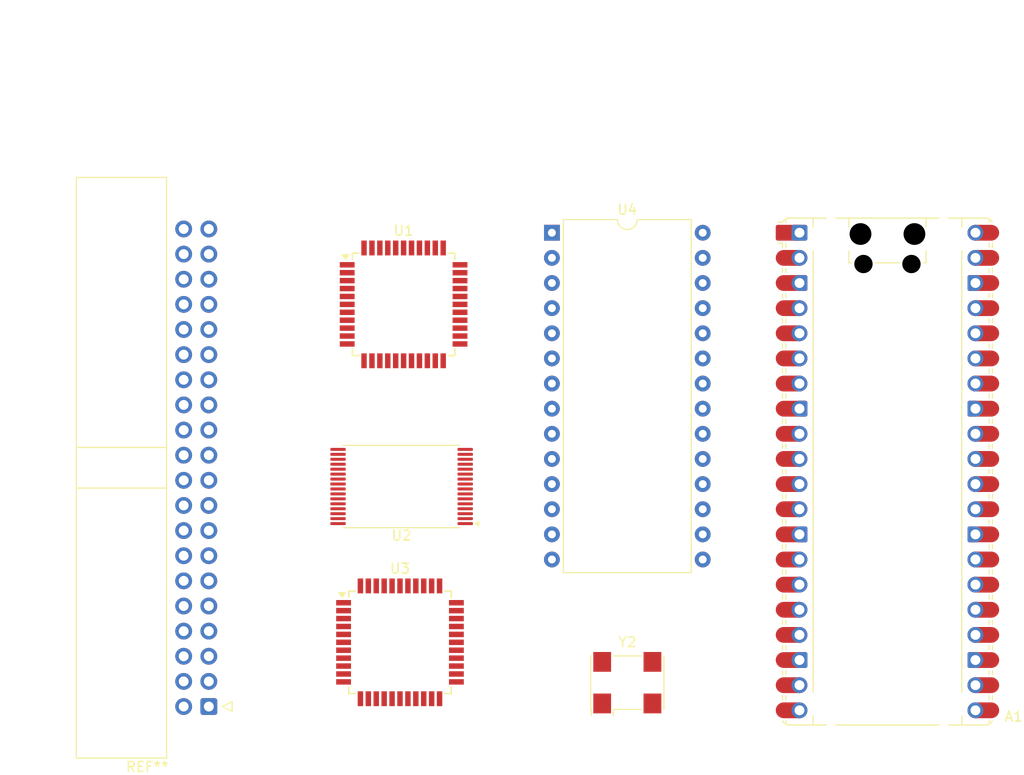
<source format=kicad_pcb>
(kicad_pcb (version 20241229) (generator "pcbnew") (generator_version "9.0")
  (layers (0 "F.Cu" signal) (2 "B.Cu" signal) (13 "F.Paste" user) (15 "B.Paste" user) (5 "F.SilkS" user "F.Silkscreen") (7 "B.SilkS" user "B.Silkscreen") (1 "F.Mask" user) (3 "B.Mask" user) (25 "Edge.Cuts" user))
  (net 0 "")
  (net 2 "/A1")
  (net 4 "/A10")
  (net 5 "/~{CSROM}")
  (net 6 "/A5")
  (net 8 "/D2")
  (net 9 "/A8")
  (net 10 "/A2")
  (net 11 "/D7")
  (net 12 "Net-(A1-GND-Pad13)")
  (net 13 "/R{slash}~{W}")
  (net 14 "/A14")
  (net 15 "/A0")
  (net 16 "/A7")
  (net 17 "/A6")
  (net 18 "/A4")
  (net 20 "/D5")
  (net 21 "/D4")
  (net 22 "/A13")
  (net 23 "/D0")
  (net 25 "/A3")
  (net 26 "/A11")
  (net 27 "/A9")
  (net 28 "/A12")
  (net 29 "/A15")
  (net 30 "/D6")
  (net 31 "/D1")
  (net 33 "/D3")
  (net 37 "/1MHz")
  (net 38 "Net-(U1-VSS-Pad17)")
  (net 45 "Net-(U1-VDD-Pad3)")
  (net 53 "GND")
  (net 55 "/~{CSRAM}")
  (net 58 "Net-(U3-VCC-Pad17)")
  (net 73 "Net-(U3-GND-Pad16)")
  (net 74 "/16MHz")
  (footprint "Module:RaspberryPi_Pico_Common_Unspecified" (layer "F.Cu") (at 199.898 88.138)
    (property "Reference" "A1" (at 11.7475 24.765 0) (layer "F.SilkS") (effects (justify left)))
    (property "Value" "RaspberryPi_Pico")
    (pad "" np_thru_hole circle (at -2.725 -24) (size 2.2 2.2) (drill 2.2) (layers "*.Mask"))
    (pad "" np_thru_hole circle (at -2.425 -20.97) (size 1.85 1.85) (drill 1.85) (layers "*.Mask"))
    (pad "" np_thru_hole circle (at 2.425 -20.97) (size 1.85 1.85) (drill 1.85) (layers "*.Mask"))
    (pad "" np_thru_hole circle (at 2.725 -24) (size 2.2 2.2) (drill 2.2) (layers "*.Mask"))
    (pad "1" smd custom (at -9.69 -24.13) (size 1.6 0.8) (layers "F.Cu" "F.Mask") (net 15 "/A0") (options (clearance outline) (anchor rect)) (primitives (gr_circle (center 0.8 0) (end 1.6 0) (width 0) (fill yes)) (gr_poly (pts (xy -1.6 -0.6) (xy -1.6 0.6) (xy -1.4 0.8) (xy 0.8 0.8) (xy 0.8 -0.8) (xy -1.4 -0.8)) (width 0) (fill yes)) (gr_circle (center -1.4 -0.6) (end -1.2 -0.6) (width 0) (fill yes)) (gr_circle (center -1.4 0.6) (end -1.2 0.6) (width 0) (fill yes))))
    (pad "1" thru_hole roundrect (at -8.89 -24.13) (size 1.6 1.6) (drill 1) (layers "*.Cu" "*.Mask") (roundrect_rratio 0.125) (net 15 "/A0"))
    (pad "2" smd roundrect (at -9.69 -21.59) (size 3.2 1.6) (layers "F.Cu" "F.Mask") (roundrect_rratio 0.5) (net 2 "/A1"))
    (pad "2" thru_hole circle (at -8.89 -21.59) (size 1.6 1.6) (drill 1) (layers "*.Cu" "*.Mask") (net 2 "/A1"))
    (pad "3" smd custom (at -9.69 -19.05) (size 1.6 0.8) (layers "F.Cu" "F.Mask") (net 12 "Net-(A1-GND-Pad13)") (options (clearance outline) (anchor rect)) (primitives (gr_circle (center -0.8 0) (end 0 0) (width 0) (fill yes)) (gr_poly (pts (xy 1.6 -0.6) (xy 1.6 0.6) (xy 1.4 0.8) (xy -0.8 0.8) (xy -0.8 -0.8) (xy 1.4 -0.8)) (width 0) (fill yes)) (gr_circle (center 1.4 -0.6) (end 1.6 -0.6) (width 0) (fill yes)) (gr_circle (center 1.4 0.6) (end 1.6 0.6) (width 0) (fill yes))))
    (pad "3" thru_hole custom (at -8.89 -19.05) (size 1.6 1.6) (drill 1) (layers "*.Cu" "*.Mask") (net 12 "Net-(A1-GND-Pad13)") (options (clearance outline) (anchor circle)) (primitives (gr_poly (pts (xy 0.8 0.6) (xy 0.8 -0.6) (xy 0.6 -0.8) (xy 0 -0.8) (xy 0 0.8) (xy 0.6 0.8)) (width 0) (fill yes)) (gr_circle (center 0.6 0.6) (end 0.8 0.6) (width 0) (fill yes)) (gr_circle (center 0.6 -0.6) (end 0.8 -0.6) (width 0) (fill yes))))
    (pad "4" smd roundrect (at -9.69 -16.51) (size 3.2 1.6) (layers "F.Cu" "F.Mask") (roundrect_rratio 0.5) (net 10 "/A2"))
    (pad "4" thru_hole circle (at -8.89 -16.51) (size 1.6 1.6) (drill 1) (layers "*.Cu" "*.Mask") (net 10 "/A2"))
    (pad "5" smd roundrect (at -9.69 -13.97) (size 3.2 1.6) (layers "F.Cu" "F.Mask") (roundrect_rratio 0.5) (net 25 "/A3"))
    (pad "5" thru_hole circle (at -8.89 -13.97) (size 1.6 1.6) (drill 1) (layers "*.Cu" "*.Mask") (net 25 "/A3"))
    (pad "6" smd roundrect (at -9.69 -11.43) (size 3.2 1.6) (layers "F.Cu" "F.Mask") (roundrect_rratio 0.5) (net 18 "/A4"))
    (pad "6" thru_hole circle (at -8.89 -11.43) (size 1.6 1.6) (drill 1) (layers "*.Cu" "*.Mask") (net 18 "/A4"))
    (pad "7" smd roundrect (at -9.69 -8.89) (size 3.2 1.6) (layers "F.Cu" "F.Mask") (roundrect_rratio 0.5) (net 6 "/A5"))
    (pad "7" thru_hole circle (at -8.89 -8.89) (size 1.6 1.6) (drill 1) (layers "*.Cu" "*.Mask") (net 6 "/A5"))
    (pad "8" smd custom (at -9.69 -6.35) (size 1.6 0.8) (layers "F.Cu" "F.Mask") (net 12 "Net-(A1-GND-Pad13)") (options (clearance outline) (anchor rect)) (primitives (gr_circle (center -0.8 0) (end 0 0) (width 0) (fill yes)) (gr_poly (pts (xy 1.6 -0.6) (xy 1.6 0.6) (xy 1.4 0.8) (xy -0.8 0.8) (xy -0.8 -0.8) (xy 1.4 -0.8)) (width 0) (fill yes)) (gr_circle (center 1.4 -0.6) (end 1.6 -0.6) (width 0) (fill yes)) (gr_circle (center 1.4 0.6) (end 1.6 0.6) (width 0) (fill yes))))
    (pad "8" thru_hole custom (at -8.89 -6.35) (size 1.6 1.6) (drill 1) (layers "*.Cu" "*.Mask") (net 12 "Net-(A1-GND-Pad13)") (options (clearance outline) (anchor circle)) (primitives (gr_poly (pts (xy 0.8 0.6) (xy 0.8 -0.6) (xy 0.6 -0.8) (xy 0 -0.8) (xy 0 0.8) (xy 0.6 0.8)) (width 0) (fill yes)) (gr_circle (center 0.6 0.6) (end 0.8 0.6) (width 0) (fill yes)) (gr_circle (center 0.6 -0.6) (end 0.8 -0.6) (width 0) (fill yes))))
    (pad "9" smd roundrect (at -9.69 -3.81) (size 3.2 1.6) (layers "F.Cu" "F.Mask") (roundrect_rratio 0.5) (net 17 "/A6"))
    (pad "9" thru_hole circle (at -8.89 -3.81) (size 1.6 1.6) (drill 1) (layers "*.Cu" "*.Mask") (net 17 "/A6"))
    (pad "10" smd roundrect (at -9.69 -1.27) (size 3.2 1.6) (layers "F.Cu" "F.Mask") (roundrect_rratio 0.5) (net 16 "/A7"))
    (pad "10" thru_hole circle (at -8.89 -1.27) (size 1.6 1.6) (drill 1) (layers "*.Cu" "*.Mask") (net 16 "/A7"))
    (pad "11" smd roundrect (at -9.69 1.27) (size 3.2 1.6) (layers "F.Cu" "F.Mask") (roundrect_rratio 0.5) (net 9 "/A8"))
    (pad "11" thru_hole circle (at -8.89 1.27) (size 1.6 1.6) (drill 1) (layers "*.Cu" "*.Mask") (net 9 "/A8"))
    (pad "12" smd roundrect (at -9.69 3.81) (size 3.2 1.6) (layers "F.Cu" "F.Mask") (roundrect_rratio 0.5) (net 27 "/A9"))
    (pad "12" thru_hole circle (at -8.89 3.81) (size 1.6 1.6) (drill 1) (layers "*.Cu" "*.Mask") (net 27 "/A9"))
    (pad "13" smd custom (at -9.69 6.35) (size 1.6 0.8) (layers "F.Cu" "F.Mask") (net 12 "Net-(A1-GND-Pad13)") (options (clearance outline) (anchor rect)) (primitives (gr_circle (center -0.8 0) (end 0 0) (width 0) (fill yes)) (gr_poly (pts (xy 1.6 -0.6) (xy 1.6 0.6) (xy 1.4 0.8) (xy -0.8 0.8) (xy -0.8 -0.8) (xy 1.4 -0.8)) (width 0) (fill yes)) (gr_circle (center 1.4 -0.6) (end 1.6 -0.6) (width 0) (fill yes)) (gr_circle (center 1.4 0.6) (end 1.6 0.6) (width 0) (fill yes))))
    (pad "13" thru_hole custom (at -8.89 6.35) (size 1.6 1.6) (drill 1) (layers "*.Cu" "*.Mask") (net 12 "Net-(A1-GND-Pad13)") (options (clearance outline) (anchor circle)) (primitives (gr_poly (pts (xy 0.8 0.6) (xy 0.8 -0.6) (xy 0.6 -0.8) (xy 0 -0.8) (xy 0 0.8) (xy 0.6 0.8)) (width 0) (fill yes)) (gr_circle (center 0.6 0.6) (end 0.8 0.6) (width 0) (fill yes)) (gr_circle (center 0.6 -0.6) (end 0.8 -0.6) (width 0) (fill yes))))
    (pad "14" smd roundrect (at -9.69 8.89) (size 3.2 1.6) (layers "F.Cu" "F.Mask") (roundrect_rratio 0.5) (net 4 "/A10"))
    (pad "14" thru_hole circle (at -8.89 8.89) (size 1.6 1.6) (drill 1) (layers "*.Cu" "*.Mask") (net 4 "/A10"))
    (pad "15" smd roundrect (at -9.69 11.43) (size 3.2 1.6) (layers "F.Cu" "F.Mask") (roundrect_rratio 0.5) (net 26 "/A11"))
    (pad "15" thru_hole circle (at -8.89 11.43) (size 1.6 1.6) (drill 1) (layers "*.Cu" "*.Mask") (net 26 "/A11"))
    (pad "16" smd roundrect (at -9.69 13.97) (size 3.2 1.6) (layers "F.Cu" "F.Mask") (roundrect_rratio 0.5) (net 28 "/A12"))
    (pad "16" thru_hole circle (at -8.89 13.97) (size 1.6 1.6) (drill 1) (layers "*.Cu" "*.Mask") (net 28 "/A12"))
    (pad "17" smd roundrect (at -9.69 16.51) (size 3.2 1.6) (layers "F.Cu" "F.Mask") (roundrect_rratio 0.5) (net 22 "/A13"))
    (pad "17" thru_hole circle (at -8.89 16.51) (size 1.6 1.6) (drill 1) (layers "*.Cu" "*.Mask") (net 22 "/A13"))
    (pad "18" smd custom (at -9.69 19.05) (size 1.6 0.8) (layers "F.Cu" "F.Mask") (net 12 "Net-(A1-GND-Pad13)") (options (clearance outline) (anchor rect)) (primitives (gr_circle (center -0.8 0) (end 0 0) (width 0) (fill yes)) (gr_poly (pts (xy 1.6 -0.6) (xy 1.6 0.6) (xy 1.4 0.8) (xy -0.8 0.8) (xy -0.8 -0.8) (xy 1.4 -0.8)) (width 0) (fill yes)) (gr_circle (center 1.4 -0.6) (end 1.6 -0.6) (width 0) (fill yes)) (gr_circle (center 1.4 0.6) (end 1.6 0.6) (width 0) (fill yes))))
    (pad "18" thru_hole custom (at -8.89 19.05) (size 1.6 1.6) (drill 1) (layers "*.Cu" "*.Mask") (net 12 "Net-(A1-GND-Pad13)") (options (clearance outline) (anchor circle)) (primitives (gr_poly (pts (xy 0.8 0.6) (xy 0.8 -0.6) (xy 0.6 -0.8) (xy 0 -0.8) (xy 0 0.8) (xy 0.6 0.8)) (width 0) (fill yes)) (gr_circle (center 0.6 0.6) (end 0.8 0.6) (width 0) (fill yes)) (gr_circle (center 0.6 -0.6) (end 0.8 -0.6) (width 0) (fill yes))))
    (pad "19" smd roundrect (at -9.69 21.59) (size 3.2 1.6) (layers "F.Cu" "F.Mask") (roundrect_rratio 0.5) (net 14 "/A14"))
    (pad "19" thru_hole circle (at -8.89 21.59) (size 1.6 1.6) (drill 1) (layers "*.Cu" "*.Mask") (net 14 "/A14"))
    (pad "20" smd roundrect (at -9.69 24.13) (size 3.2 1.6) (layers "F.Cu" "F.Mask") (roundrect_rratio 0.5) (net 29 "/A15"))
    (pad "20" thru_hole circle (at -8.89 24.13) (size 1.6 1.6) (drill 1) (layers "*.Cu" "*.Mask") (net 29 "/A15"))
    (pad "21" thru_hole circle (at 8.89 24.13) (size 1.6 1.6) (drill 1) (layers "*.Cu" "*.Mask") (net 23 "/D0"))
    (pad "21" smd roundrect (at 9.69 24.13) (size 3.2 1.6) (layers "F.Cu" "F.Mask") (roundrect_rratio 0.5) (net 23 "/D0"))
    (pad "22" thru_hole circle (at 8.89 21.59) (size 1.6 1.6) (drill 1) (layers "*.Cu" "*.Mask") (net 31 "/D1"))
    (pad "22" smd roundrect (at 9.69 21.59) (size 3.2 1.6) (layers "F.Cu" "F.Mask") (roundrect_rratio 0.5) (net 31 "/D1"))
    (pad "23" thru_hole custom (at 8.89 19.05) (size 1.6 1.6) (drill 1) (layers "*.Cu" "*.Mask") (net 12 "Net-(A1-GND-Pad13)") (options (clearance outline) (anchor circle)) (primitives (gr_poly (pts (xy -0.8 0.6) (xy -0.8 -0.6) (xy -0.6 -0.8) (xy 0 -0.8) (xy 0 0.8) (xy -0.6 0.8)) (width 0) (fill yes)) (gr_circle (center -0.6 0.6) (end -0.4 0.6) (width 0) (fill yes)) (gr_circle (center -0.6 -0.6) (end -0.4 -0.6) (width 0) (fill yes))))
    (pad "23" smd custom (at 9.69 19.05) (size 1.6 0.8) (layers "F.Cu" "F.Mask") (net 12 "Net-(A1-GND-Pad13)") (options (clearance outline) (anchor rect)) (primitives (gr_circle (center 0.8 0) (end 1.6 0) (width 0) (fill yes)) (gr_poly (pts (xy -1.6 -0.6) (xy -1.6 0.6) (xy -1.4 0.8) (xy 0.8 0.8) (xy 0.8 -0.8) (xy -1.4 -0.8)) (width 0) (fill yes)) (gr_circle (center -1.4 -0.6) (end -1.2 -0.6) (width 0) (fill yes)) (gr_circle (center -1.4 0.6) (end -1.2 0.6) (width 0) (fill yes))))
    (pad "24" thru_hole circle (at 8.89 16.51) (size 1.6 1.6) (drill 1) (layers "*.Cu" "*.Mask") (net 8 "/D2"))
    (pad "24" smd roundrect (at 9.69 16.51) (size 3.2 1.6) (layers "F.Cu" "F.Mask") (roundrect_rratio 0.5) (net 8 "/D2"))
    (pad "25" thru_hole circle (at 8.89 13.97) (size 1.6 1.6) (drill 1) (layers "*.Cu" "*.Mask") (net 33 "/D3"))
    (pad "25" smd roundrect (at 9.69 13.97) (size 3.2 1.6) (layers "F.Cu" "F.Mask") (roundrect_rratio 0.5) (net 33 "/D3"))
    (pad "26" thru_hole circle (at 8.89 11.43) (size 1.6 1.6) (drill 1) (layers "*.Cu" "*.Mask") (net 21 "/D4"))
    (pad "26" smd roundrect (at 9.69 11.43) (size 3.2 1.6) (layers "F.Cu" "F.Mask") (roundrect_rratio 0.5) (net 21 "/D4"))
    (pad "27" thru_hole circle (at 8.89 8.89) (size 1.6 1.6) (drill 1) (layers "*.Cu" "*.Mask") (net 20 "/D5"))
    (pad "27" smd roundrect (at 9.69 8.89) (size 3.2 1.6) (layers "F.Cu" "F.Mask") (roundrect_rratio 0.5) (net 20 "/D5"))
    (pad "28" thru_hole custom (at 8.89 6.35) (size 1.6 1.6) (drill 1) (layers "*.Cu" "*.Mask") (net 12 "Net-(A1-GND-Pad13)") (options (clearance outline) (anchor circle)) (primitives (gr_poly (pts (xy -0.8 0.6) (xy -0.8 -0.6) (xy -0.6 -0.8) (xy 0 -0.8) (xy 0 0.8) (xy -0.6 0.8)) (width 0) (fill yes)) (gr_circle (center -0.6 0.6) (end -0.4 0.6) (width 0) (fill yes)) (gr_circle (center -0.6 -0.6) (end -0.4 -0.6) (width 0) (fill yes))))
    (pad "28" smd custom (at 9.69 6.35) (size 1.6 0.8) (layers "F.Cu" "F.Mask") (net 12 "Net-(A1-GND-Pad13)") (options (clearance outline) (anchor rect)) (primitives (gr_circle (center 0.8 0) (end 1.6 0) (width 0) (fill yes)) (gr_poly (pts (xy -1.6 -0.6) (xy -1.6 0.6) (xy -1.4 0.8) (xy 0.8 0.8) (xy 0.8 -0.8) (xy -1.4 -0.8)) (width 0) (fill yes)) (gr_circle (center -1.4 -0.6) (end -1.2 -0.6) (width 0) (fill yes)) (gr_circle (center -1.4 0.6) (end -1.2 0.6) (width 0) (fill yes))))
    (pad "29" thru_hole circle (at 8.89 3.81) (size 1.6 1.6) (drill 1) (layers "*.Cu" "*.Mask") (net 30 "/D6"))
    (pad "29" smd roundrect (at 9.69 3.81) (size 3.2 1.6) (layers "F.Cu" "F.Mask") (roundrect_rratio 0.5) (net 30 "/D6"))
    (pad "30" thru_hole circle (at 8.89 1.27) (size 1.6 1.6) (drill 1) (layers "*.Cu" "*.Mask"))
    (pad "30" smd roundrect (at 9.69 1.27) (size 3.2 1.6) (layers "F.Cu" "F.Mask") (roundrect_rratio 0.5))
    (pad "31" thru_hole circle (at 8.89 -1.27) (size 1.6 1.6) (drill 1) (layers "*.Cu" "*.Mask") (net 11 "/D7"))
    (pad "31" smd roundrect (at 9.69 -1.27) (size 3.2 1.6) (layers "F.Cu" "F.Mask") (roundrect_rratio 0.5) (net 11 "/D7"))
    (pad "32" thru_hole circle (at 8.89 -3.81) (size 1.6 1.6) (drill 1) (layers "*.Cu" "*.Mask") (net 13 "/R{slash}~{W}"))
    (pad "32" smd roundrect (at 9.69 -3.81) (size 3.2 1.6) (layers "F.Cu" "F.Mask") (roundrect_rratio 0.5) (net 13 "/R{slash}~{W}"))
    (pad "33" thru_hole custom (at 8.89 -6.35) (size 1.6 1.6) (drill 1) (layers "*.Cu" "*.Mask") (options (clearance outline) (anchor circle)) (primitives (gr_poly (pts (xy -0.8 0.6) (xy -0.8 -0.6) (xy -0.6 -0.8) (xy 0 -0.8) (xy 0 0.8) (xy -0.6 0.8)) (width 0) (fill yes)) (gr_circle (center -0.6 0.6) (end -0.4 0.6) (width 0) (fill yes)) (gr_circle (center -0.6 -0.6) (end -0.4 -0.6) (width 0) (fill yes))))
    (pad "33" smd custom (at 9.69 -6.35) (size 1.6 0.8) (layers "F.Cu" "F.Mask") (options (clearance outline) (anchor rect)) (primitives (gr_circle (center 0.8 0) (end 1.6 0) (width 0) (fill yes)) (gr_poly (pts (xy -1.6 -0.6) (xy -1.6 0.6) (xy -1.4 0.8) (xy 0.8 0.8) (xy 0.8 -0.8) (xy -1.4 -0.8)) (width 0) (fill yes)) (gr_circle (center -1.4 -0.6) (end -1.2 -0.6) (width 0) (fill yes)) (gr_circle (center -1.4 0.6) (end -1.2 0.6) (width 0) (fill yes))))
    (pad "34" thru_hole circle (at 8.89 -8.89) (size 1.6 1.6) (drill 1) (layers "*.Cu" "*.Mask") (net 5 "/~{CSROM}"))
    (pad "34" smd roundrect (at 9.69 -8.89) (size 3.2 1.6) (layers "F.Cu" "F.Mask") (roundrect_rratio 0.5) (net 5 "/~{CSROM}"))
    (pad "35" thru_hole circle (at 8.89 -11.43) (size 1.6 1.6) (drill 1) (layers "*.Cu" "*.Mask"))
    (pad "35" smd roundrect (at 9.69 -11.43) (size 3.2 1.6) (layers "F.Cu" "F.Mask") (roundrect_rratio 0.5))
    (pad "36" thru_hole circle (at 8.89 -13.97) (size 1.6 1.6) (drill 1) (layers "*.Cu" "*.Mask"))
    (pad "36" smd roundrect (at 9.69 -13.97) (size 3.2 1.6) (layers "F.Cu" "F.Mask") (roundrect_rratio 0.5))
    (pad "37" thru_hole circle (at 8.89 -16.51) (size 1.6 1.6) (drill 1) (layers "*.Cu" "*.Mask"))
    (pad "37" smd roundrect (at 9.69 -16.51) (size 3.2 1.6) (layers "F.Cu" "F.Mask") (roundrect_rratio 0.5))
    (pad "38" thru_hole custom (at 8.89 -19.05) (size 1.6 1.6) (drill 1) (layers "*.Cu" "*.Mask") (net 12 "Net-(A1-GND-Pad13)") (options (clearance outline) (anchor circle)) (primitives (gr_poly (pts (xy -0.8 0.6) (xy -0.8 -0.6) (xy -0.6 -0.8) (xy 0 -0.8) (xy 0 0.8) (xy -0.6 0.8)) (width 0) (fill yes)) (gr_circle (center -0.6 0.6) (end -0.4 0.6) (width 0) (fill yes)) (gr_circle (center -0.6 -0.6) (end -0.4 -0.6) (width 0) (fill yes))))
    (pad "38" smd custom (at 9.69 -19.05) (size 1.6 0.8) (layers "F.Cu" "F.Mask") (net 12 "Net-(A1-GND-Pad13)") (options (clearance outline) (anchor rect)) (primitives (gr_circle (center 0.8 0) (end 1.6 0) (width 0) (fill yes)) (gr_poly (pts (xy -1.6 -0.6) (xy -1.6 0.6) (xy -1.4 0.8) (xy 0.8 0.8) (xy 0.8 -0.8) (xy -1.4 -0.8)) (width 0) (fill yes)) (gr_circle (center -1.4 -0.6) (end -1.2 -0.6) (width 0) (fill yes)) (gr_circle (center -1.4 0.6) (end -1.2 0.6) (width 0) (fill yes))))
    (pad "39" thru_hole circle (at 8.89 -21.59) (size 1.6 1.6) (drill 1) (layers "*.Cu" "*.Mask"))
    (pad "39" smd roundrect (at 9.69 -21.59) (size 3.2 1.6) (layers "F.Cu" "F.Mask") (roundrect_rratio 0.5))
    (pad "40" thru_hole circle (at 8.89 -24.13) (size 1.6 1.6) (drill 1) (layers "*.Cu" "*.Mask"))
    (pad "40" smd roundrect (at 9.69 -24.13) (size 3.2 1.6) (layers "F.Cu" "F.Mask") (roundrect_rratio 0.5))
  )
  (footprint "Package_QFP:TQFP-44_10x10mm_P0.8mm" (layer "F.Cu") (at 150.637 105.397)
    (property "Reference" "U3" (at 0 -7.45 0) (layer "F.SilkS"))
    (property "Value" "ATF1502ASV-xAx44")
    (pad "1" smd rect (at -5.7 -4) (size 1.5 0.55) (layers "F.Cu" "F.Mask" "F.Paste"))
    (pad "2" smd rect (at -5.7 -3.2) (size 1.5 0.55) (layers "F.Cu" "F.Mask" "F.Paste"))
    (pad "3" smd rect (at -5.7 -2.4) (size 1.5 0.55) (layers "F.Cu" "F.Mask" "F.Paste"))
    (pad "4" smd rect (at -5.7 -1.6) (size 1.5 0.55) (layers "F.Cu" "F.Mask" "F.Paste") (net 73 "Net-(U3-GND-Pad16)"))
    (pad "5" smd rect (at -5.7 -0.8) (size 1.5 0.55) (layers "F.Cu" "F.Mask" "F.Paste"))
    (pad "6" smd rect (at -5.7 0) (size 1.5 0.55) (layers "F.Cu" "F.Mask" "F.Paste"))
    (pad "7" smd rect (at -5.7 0.8) (size 1.5 0.55) (layers "F.Cu" "F.Mask" "F.Paste"))
    (pad "8" smd rect (at -5.7 1.6) (size 1.5 0.55) (layers "F.Cu" "F.Mask" "F.Paste") (net 74 "/16MHz"))
    (pad "9" smd rect (at -5.7 2.4) (size 1.5 0.55) (layers "F.Cu" "F.Mask" "F.Paste") (net 58 "Net-(U3-VCC-Pad17)"))
    (pad "10" smd rect (at -5.7 3.2) (size 1.5 0.55) (layers "F.Cu" "F.Mask" "F.Paste"))
    (pad "11" smd rect (at -5.7 4) (size 1.5 0.55) (layers "F.Cu" "F.Mask" "F.Paste") (net 9 "/A8"))
    (pad "12" smd rect (at -4 5.7 90) (size 1.5 0.55) (layers "F.Cu" "F.Mask" "F.Paste") (net 27 "/A9"))
    (pad "13" smd rect (at -3.2 5.7 90) (size 1.5 0.55) (layers "F.Cu" "F.Mask" "F.Paste") (net 4 "/A10"))
    (pad "14" smd rect (at -2.4 5.7 90) (size 1.5 0.55) (layers "F.Cu" "F.Mask" "F.Paste") (net 26 "/A11"))
    (pad "15" smd rect (at -1.6 5.7 90) (size 1.5 0.55) (layers "F.Cu" "F.Mask" "F.Paste") (net 28 "/A12"))
    (pad "16" smd rect (at -0.8 5.7 90) (size 1.5 0.55) (layers "F.Cu" "F.Mask" "F.Paste") (net 73 "Net-(U3-GND-Pad16)"))
    (pad "17" smd rect (at 0 5.7 90) (size 1.5 0.55) (layers "F.Cu" "F.Mask" "F.Paste") (net 58 "Net-(U3-VCC-Pad17)"))
    (pad "18" smd rect (at 0.8 5.7 90) (size 1.5 0.55) (layers "F.Cu" "F.Mask" "F.Paste") (net 22 "/A13"))
    (pad "19" smd rect (at 1.6 5.7 90) (size 1.5 0.55) (layers "F.Cu" "F.Mask" "F.Paste") (net 14 "/A14"))
    (pad "20" smd rect (at 2.4 5.7 90) (size 1.5 0.55) (layers "F.Cu" "F.Mask" "F.Paste") (net 29 "/A15"))
    (pad "21" smd rect (at 3.2 5.7 90) (size 1.5 0.55) (layers "F.Cu" "F.Mask" "F.Paste"))
    (pad "22" smd rect (at 4 5.7 90) (size 1.5 0.55) (layers "F.Cu" "F.Mask" "F.Paste"))
    (pad "23" smd rect (at 5.7 4) (size 1.5 0.55) (layers "F.Cu" "F.Mask" "F.Paste"))
    (pad "24" smd rect (at 5.7 3.2) (size 1.5 0.55) (layers "F.Cu" "F.Mask" "F.Paste") (net 73 "Net-(U3-GND-Pad16)"))
    (pad "25" smd rect (at 5.7 2.4) (size 1.5 0.55) (layers "F.Cu" "F.Mask" "F.Paste"))
    (pad "26" smd rect (at 5.7 1.6) (size 1.5 0.55) (layers "F.Cu" "F.Mask" "F.Paste"))
    (pad "27" smd rect (at 5.7 0.8) (size 1.5 0.55) (layers "F.Cu" "F.Mask" "F.Paste"))
    (pad "28" smd rect (at 5.7 0) (size 1.5 0.55) (layers "F.Cu" "F.Mask" "F.Paste"))
    (pad "29" smd rect (at 5.7 -0.8) (size 1.5 0.55) (layers "F.Cu" "F.Mask" "F.Paste") (net 58 "Net-(U3-VCC-Pad17)"))
    (pad "30" smd rect (at 5.7 -1.6) (size 1.5 0.55) (layers "F.Cu" "F.Mask" "F.Paste"))
    (pad "31" smd rect (at 5.7 -2.4) (size 1.5 0.55) (layers "F.Cu" "F.Mask" "F.Paste"))
    (pad "32" smd rect (at 5.7 -3.2) (size 1.5 0.55) (layers "F.Cu" "F.Mask" "F.Paste"))
    (pad "33" smd rect (at 5.7 -4) (size 1.5 0.55) (layers "F.Cu" "F.Mask" "F.Paste"))
    (pad "34" smd rect (at 4 -5.7 90) (size 1.5 0.55) (layers "F.Cu" "F.Mask" "F.Paste"))
    (pad "35" smd rect (at 3.2 -5.7 90) (size 1.5 0.55) (layers "F.Cu" "F.Mask" "F.Paste"))
    (pad "36" smd rect (at 2.4 -5.7 90) (size 1.5 0.55) (layers "F.Cu" "F.Mask" "F.Paste") (net 73 "Net-(U3-GND-Pad16)"))
    (pad "37" smd rect (at 1.6 -5.7 90) (size 1.5 0.55) (layers "F.Cu" "F.Mask" "F.Paste"))
    (pad "38" smd rect (at 0.8 -5.7 90) (size 1.5 0.55) (layers "F.Cu" "F.Mask" "F.Paste"))
    (pad "39" smd rect (at 0 -5.7 90) (size 1.5 0.55) (layers "F.Cu" "F.Mask" "F.Paste"))
    (pad "40" smd rect (at -0.8 -5.7 90) (size 1.5 0.55) (layers "F.Cu" "F.Mask" "F.Paste"))
    (pad "41" smd rect (at -1.6 -5.7 90) (size 1.5 0.55) (layers "F.Cu" "F.Mask" "F.Paste") (net 58 "Net-(U3-VCC-Pad17)"))
    (pad "42" smd rect (at -2.4 -5.7 90) (size 1.5 0.55) (layers "F.Cu" "F.Mask" "F.Paste") (net 37 "/1MHz"))
    (pad "43" smd rect (at -3.2 -5.7 90) (size 1.5 0.55) (layers "F.Cu" "F.Mask" "F.Paste") (net 5 "/~{CSROM}"))
    (pad "44" smd rect (at -4 -5.7 90) (size 1.5 0.55) (layers "F.Cu" "F.Mask" "F.Paste") (net 55 "/~{CSRAM}"))
  )
  (footprint "Package_DIP:DIP-28_W15.24mm" (layer "F.Cu") (at 165.989 64.008)
    (property "Reference" "U4" (at 7.62 -2.33 0) (layer "F.SilkS"))
    (property "Value" "27C512")
    (pad "1" thru_hole rect (at 0 0) (size 1.6 1.6) (drill 0.8) (layers "*.Cu" "*.Mask") (net 29 "/A15"))
    (pad "2" thru_hole oval (at 0 2.54) (size 1.6 1.6) (drill 0.8) (layers "*.Cu" "*.Mask") (net 28 "/A12"))
    (pad "3" thru_hole oval (at 0 5.08) (size 1.6 1.6) (drill 0.8) (layers "*.Cu" "*.Mask") (net 16 "/A7"))
    (pad "4" thru_hole oval (at 0 7.62) (size 1.6 1.6) (drill 0.8) (layers "*.Cu" "*.Mask") (net 17 "/A6"))
    (pad "5" thru_hole oval (at 0 10.16) (size 1.6 1.6) (drill 0.8) (layers "*.Cu" "*.Mask") (net 6 "/A5"))
    (pad "6" thru_hole oval (at 0 12.7) (size 1.6 1.6) (drill 0.8) (layers "*.Cu" "*.Mask") (net 18 "/A4"))
    (pad "7" thru_hole oval (at 0 15.24) (size 1.6 1.6) (drill 0.8) (layers "*.Cu" "*.Mask") (net 25 "/A3"))
    (pad "8" thru_hole oval (at 0 17.78) (size 1.6 1.6) (drill 0.8) (layers "*.Cu" "*.Mask") (net 10 "/A2"))
    (pad "9" thru_hole oval (at 0 20.32) (size 1.6 1.6) (drill 0.8) (layers "*.Cu" "*.Mask") (net 2 "/A1"))
    (pad "10" thru_hole oval (at 0 22.86) (size 1.6 1.6) (drill 0.8) (layers "*.Cu" "*.Mask") (net 15 "/A0"))
    (pad "11" thru_hole oval (at 0 25.4) (size 1.6 1.6) (drill 0.8) (layers "*.Cu" "*.Mask") (net 23 "/D0"))
    (pad "12" thru_hole oval (at 0 27.94) (size 1.6 1.6) (drill 0.8) (layers "*.Cu" "*.Mask") (net 31 "/D1"))
    (pad "13" thru_hole oval (at 0 30.48) (size 1.6 1.6) (drill 0.8) (layers "*.Cu" "*.Mask") (net 8 "/D2"))
    (pad "14" thru_hole oval (at 0 33.02) (size 1.6 1.6) (drill 0.8) (layers "*.Cu" "*.Mask") (net 53 "GND"))
    (pad "15" thru_hole oval (at 15.24 33.02) (size 1.6 1.6) (drill 0.8) (layers "*.Cu" "*.Mask") (net 33 "/D3"))
    (pad "16" thru_hole oval (at 15.24 30.48) (size 1.6 1.6) (drill 0.8) (layers "*.Cu" "*.Mask") (net 21 "/D4"))
    (pad "17" thru_hole oval (at 15.24 27.94) (size 1.6 1.6) (drill 0.8) (layers "*.Cu" "*.Mask") (net 20 "/D5"))
    (pad "18" thru_hole oval (at 15.24 25.4) (size 1.6 1.6) (drill 0.8) (layers "*.Cu" "*.Mask") (net 30 "/D6"))
    (pad "19" thru_hole oval (at 15.24 22.86) (size 1.6 1.6) (drill 0.8) (layers "*.Cu" "*.Mask") (net 11 "/D7"))
    (pad "20" thru_hole oval (at 15.24 20.32) (size 1.6 1.6) (drill 0.8) (layers "*.Cu" "*.Mask") (net 5 "/~{CSROM}"))
    (pad "21" thru_hole oval (at 15.24 17.78) (size 1.6 1.6) (drill 0.8) (layers "*.Cu" "*.Mask") (net 4 "/A10"))
    (pad "22" thru_hole oval (at 15.24 15.24) (size 1.6 1.6) (drill 0.8) (layers "*.Cu" "*.Mask") (net 53 "GND"))
    (pad "23" thru_hole oval (at 15.24 12.7) (size 1.6 1.6) (drill 0.8) (layers "*.Cu" "*.Mask") (net 26 "/A11"))
    (pad "24" thru_hole oval (at 15.24 10.16) (size 1.6 1.6) (drill 0.8) (layers "*.Cu" "*.Mask") (net 27 "/A9"))
    (pad "25" thru_hole oval (at 15.24 7.62) (size 1.6 1.6) (drill 0.8) (layers "*.Cu" "*.Mask") (net 9 "/A8"))
    (pad "26" thru_hole oval (at 15.24 5.08) (size 1.6 1.6) (drill 0.8) (layers "*.Cu" "*.Mask") (net 22 "/A13"))
    (pad "27" thru_hole oval (at 15.24 2.54) (size 1.6 1.6) (drill 0.8) (layers "*.Cu" "*.Mask") (net 14 "/A14"))
    (pad "28" thru_hole oval (at 15.24 0) (size 1.6 1.6) (drill 0.8) (layers "*.Cu" "*.Mask"))
  )
  (footprint "Package_QFP:TQFP-44_10x10mm_P0.8mm" (layer "F.Cu") (at 151.003 71.247)
    (property "Reference" "U1" (at 0 -7.45 0) (layer "F.SilkS"))
    (property "Value" "W65C02SxP")
    (pad "1" smd rect (at -5.7 -4) (size 1.5 0.55) (layers "F.Cu" "F.Mask" "F.Paste"))
    (pad "2" smd rect (at -5.7 -3.2) (size 1.5 0.55) (layers "F.Cu" "F.Mask" "F.Paste"))
    (pad "3" smd rect (at -5.7 -2.4) (size 1.5 0.55) (layers "F.Cu" "F.Mask" "F.Paste") (net 45 "Net-(U1-VDD-Pad3)"))
    (pad "4" smd rect (at -5.7 -1.6) (size 1.5 0.55) (layers "F.Cu" "F.Mask" "F.Paste") (net 15 "/A0"))
    (pad "5" smd rect (at -5.7 -0.8) (size 1.5 0.55) (layers "F.Cu" "F.Mask" "F.Paste") (net 2 "/A1"))
    (pad "6" smd rect (at -5.7 0) (size 1.5 0.55) (layers "F.Cu" "F.Mask" "F.Paste"))
    (pad "7" smd rect (at -5.7 0.8) (size 1.5 0.55) (layers "F.Cu" "F.Mask" "F.Paste") (net 10 "/A2"))
    (pad "8" smd rect (at -5.7 1.6) (size 1.5 0.55) (layers "F.Cu" "F.Mask" "F.Paste") (net 25 "/A3"))
    (pad "9" smd rect (at -5.7 2.4) (size 1.5 0.55) (layers "F.Cu" "F.Mask" "F.Paste") (net 18 "/A4"))
    (pad "10" smd rect (at -5.7 3.2) (size 1.5 0.55) (layers "F.Cu" "F.Mask" "F.Paste") (net 6 "/A5"))
    (pad "11" smd rect (at -5.7 4) (size 1.5 0.55) (layers "F.Cu" "F.Mask" "F.Paste") (net 17 "/A6"))
    (pad "12" smd rect (at -4 5.7 90) (size 1.5 0.55) (layers "F.Cu" "F.Mask" "F.Paste") (net 16 "/A7"))
    (pad "13" smd rect (at -3.2 5.7 90) (size 1.5 0.55) (layers "F.Cu" "F.Mask" "F.Paste") (net 9 "/A8"))
    (pad "14" smd rect (at -2.4 5.7 90) (size 1.5 0.55) (layers "F.Cu" "F.Mask" "F.Paste") (net 27 "/A9"))
    (pad "15" smd rect (at -1.6 5.7 90) (size 1.5 0.55) (layers "F.Cu" "F.Mask" "F.Paste") (net 4 "/A10"))
    (pad "16" smd rect (at -0.8 5.7 90) (size 1.5 0.55) (layers "F.Cu" "F.Mask" "F.Paste") (net 26 "/A11"))
    (pad "17" smd rect (at 0 5.7 90) (size 1.5 0.55) (layers "F.Cu" "F.Mask" "F.Paste") (net 38 "Net-(U1-VSS-Pad17)"))
    (pad "18" smd rect (at 0.8 5.7 90) (size 1.5 0.55) (layers "F.Cu" "F.Mask" "F.Paste") (net 38 "Net-(U1-VSS-Pad17)"))
    (pad "19" smd rect (at 1.6 5.7 90) (size 1.5 0.55) (layers "F.Cu" "F.Mask" "F.Paste") (net 28 "/A12"))
    (pad "20" smd rect (at 2.4 5.7 90) (size 1.5 0.55) (layers "F.Cu" "F.Mask" "F.Paste") (net 22 "/A13"))
    (pad "21" smd rect (at 3.2 5.7 90) (size 1.5 0.55) (layers "F.Cu" "F.Mask" "F.Paste") (net 14 "/A14"))
    (pad "22" smd rect (at 4 5.7 90) (size 1.5 0.55) (layers "F.Cu" "F.Mask" "F.Paste") (net 29 "/A15"))
    (pad "23" smd rect (at 5.7 4) (size 1.5 0.55) (layers "F.Cu" "F.Mask" "F.Paste") (net 11 "/D7"))
    (pad "24" smd rect (at 5.7 3.2) (size 1.5 0.55) (layers "F.Cu" "F.Mask" "F.Paste") (net 30 "/D6"))
    (pad "25" smd rect (at 5.7 2.4) (size 1.5 0.55) (layers "F.Cu" "F.Mask" "F.Paste") (net 20 "/D5"))
    (pad "26" smd rect (at 5.7 1.6) (size 1.5 0.55) (layers "F.Cu" "F.Mask" "F.Paste") (net 21 "/D4"))
    (pad "27" smd rect (at 5.7 0.8) (size 1.5 0.55) (layers "F.Cu" "F.Mask" "F.Paste") (net 33 "/D3"))
    (pad "28" smd rect (at 5.7 0) (size 1.5 0.55) (layers "F.Cu" "F.Mask" "F.Paste") (net 8 "/D2"))
    (pad "29" smd rect (at 5.7 -0.8) (size 1.5 0.55) (layers "F.Cu" "F.Mask" "F.Paste") (net 31 "/D1"))
    (pad "30" smd rect (at 5.7 -1.6) (size 1.5 0.55) (layers "F.Cu" "F.Mask" "F.Paste") (net 23 "/D0"))
    (pad "31" smd rect (at 5.7 -2.4) (size 1.5 0.55) (layers "F.Cu" "F.Mask" "F.Paste") (net 45 "Net-(U1-VDD-Pad3)"))
    (pad "32" smd rect (at 5.7 -3.2) (size 1.5 0.55) (layers "F.Cu" "F.Mask" "F.Paste") (net 13 "/R{slash}~{W}"))
    (pad "33" smd rect (at 5.7 -4) (size 1.5 0.55) (layers "F.Cu" "F.Mask" "F.Paste"))
    (pad "34" smd rect (at 4 -5.7 90) (size 1.5 0.55) (layers "F.Cu" "F.Mask" "F.Paste"))
    (pad "35" smd rect (at 3.2 -5.7 90) (size 1.5 0.55) (layers "F.Cu" "F.Mask" "F.Paste") (net 37 "/1MHz"))
    (pad "36" smd rect (at 2.4 -5.7 90) (size 1.5 0.55) (layers "F.Cu" "F.Mask" "F.Paste"))
    (pad "37" smd rect (at 1.6 -5.7 90) (size 1.5 0.55) (layers "F.Cu" "F.Mask" "F.Paste"))
    (pad "38" smd rect (at 0.8 -5.7 90) (size 1.5 0.55) (layers "F.Cu" "F.Mask" "F.Paste"))
    (pad "39" smd rect (at 0 -5.7 90) (size 1.5 0.55) (layers "F.Cu" "F.Mask" "F.Paste") (net 38 "Net-(U1-VSS-Pad17)"))
    (pad "40" smd rect (at -0.8 -5.7 90) (size 1.5 0.55) (layers "F.Cu" "F.Mask" "F.Paste"))
    (pad "41" smd rect (at -1.6 -5.7 90) (size 1.5 0.55) (layers "F.Cu" "F.Mask" "F.Paste"))
    (pad "42" smd rect (at -2.4 -5.7 90) (size 1.5 0.55) (layers "F.Cu" "F.Mask" "F.Paste"))
    (pad "43" smd rect (at -3.2 -5.7 90) (size 1.5 0.55) (layers "F.Cu" "F.Mask" "F.Paste"))
    (pad "44" smd rect (at -4 -5.7 90) (size 1.5 0.55) (layers "F.Cu" "F.Mask" "F.Paste"))
  )
  (footprint "Package_SO:TSOP-I-32_11.8x8mm_P0.5mm" (layer "F.Cu") (at 150.801 89.65 180)
    (property "Reference" "U2" (at 0 -4.95 0) (layer "F.SilkS"))
    (property "Value" "IS62WV2568BLL-55HLI")
    (pad "1" smd roundrect (at -6.425 -3.75 180) (size 1.55 0.3) (layers "F.Cu" "F.Mask" "F.Paste") (net 26 "/A11"))
    (pad "2" smd roundrect (at -6.425 -3.25 180) (size 1.55 0.3) (layers "F.Cu" "F.Mask" "F.Paste") (net 27 "/A9"))
    (pad "3" smd roundrect (at -6.425 -2.75 180) (size 1.55 0.3) (layers "F.Cu" "F.Mask" "F.Paste") (net 9 "/A8"))
    (pad "4" smd roundrect (at -6.425 -2.25 180) (size 1.55 0.3) (layers "F.Cu" "F.Mask" "F.Paste") (net 22 "/A13"))
    (pad "5" smd roundrect (at -6.425 -1.75 180) (size 1.55 0.3) (layers "F.Cu" "F.Mask" "F.Paste") (net 13 "/R{slash}~{W}"))
    (pad "6" smd roundrect (at -6.425 -1.25 180) (size 1.55 0.3) (layers "F.Cu" "F.Mask" "F.Paste"))
    (pad "7" smd roundrect (at -6.425 -0.75 180) (size 1.55 0.3) (layers "F.Cu" "F.Mask" "F.Paste") (net 29 "/A15"))
    (pad "8" smd roundrect (at -6.425 -0.25 180) (size 1.55 0.3) (layers "F.Cu" "F.Mask" "F.Paste"))
    (pad "9" smd roundrect (at -6.425 0.25 180) (size 1.55 0.3) (layers "F.Cu" "F.Mask" "F.Paste") (net 53 "GND"))
    (pad "10" smd roundrect (at -6.425 0.75 180) (size 1.55 0.3) (layers "F.Cu" "F.Mask" "F.Paste") (net 53 "GND"))
    (pad "11" smd roundrect (at -6.425 1.25 180) (size 1.55 0.3) (layers "F.Cu" "F.Mask" "F.Paste") (net 14 "/A14"))
    (pad "12" smd roundrect (at -6.425 1.75 180) (size 1.55 0.3) (layers "F.Cu" "F.Mask" "F.Paste") (net 28 "/A12"))
    (pad "13" smd roundrect (at -6.425 2.25 180) (size 1.55 0.3) (layers "F.Cu" "F.Mask" "F.Paste") (net 16 "/A7"))
    (pad "14" smd roundrect (at -6.425 2.75 180) (size 1.55 0.3) (layers "F.Cu" "F.Mask" "F.Paste") (net 17 "/A6"))
    (pad "15" smd roundrect (at -6.425 3.25 180) (size 1.55 0.3) (layers "F.Cu" "F.Mask" "F.Paste") (net 6 "/A5"))
    (pad "16" smd roundrect (at -6.425 3.75 180) (size 1.55 0.3) (layers "F.Cu" "F.Mask" "F.Paste") (net 18 "/A4"))
    (pad "17" smd roundrect (at 6.425 3.75 180) (size 1.55 0.3) (layers "F.Cu" "F.Mask" "F.Paste") (net 25 "/A3"))
    (pad "18" smd roundrect (at 6.425 3.25 180) (size 1.55 0.3) (layers "F.Cu" "F.Mask" "F.Paste") (net 10 "/A2"))
    (pad "19" smd roundrect (at 6.425 2.75 180) (size 1.55 0.3) (layers "F.Cu" "F.Mask" "F.Paste") (net 2 "/A1"))
    (pad "20" smd roundrect (at 6.425 2.25 180) (size 1.55 0.3) (layers "F.Cu" "F.Mask" "F.Paste") (net 15 "/A0"))
    (pad "21" smd roundrect (at 6.425 1.75 180) (size 1.55 0.3) (layers "F.Cu" "F.Mask" "F.Paste") (net 23 "/D0"))
    (pad "22" smd roundrect (at 6.425 1.25 180) (size 1.55 0.3) (layers "F.Cu" "F.Mask" "F.Paste") (net 31 "/D1"))
    (pad "23" smd roundrect (at 6.425 0.75 180) (size 1.55 0.3) (layers "F.Cu" "F.Mask" "F.Paste") (net 8 "/D2"))
    (pad "24" smd roundrect (at 6.425 0.25 180) (size 1.55 0.3) (layers "F.Cu" "F.Mask" "F.Paste"))
    (pad "25" smd roundrect (at 6.425 -0.25 180) (size 1.55 0.3) (layers "F.Cu" "F.Mask" "F.Paste") (net 33 "/D3"))
    (pad "26" smd roundrect (at 6.425 -0.75 180) (size 1.55 0.3) (layers "F.Cu" "F.Mask" "F.Paste") (net 21 "/D4"))
    (pad "27" smd roundrect (at 6.425 -1.25 180) (size 1.55 0.3) (layers "F.Cu" "F.Mask" "F.Paste") (net 20 "/D5"))
    (pad "28" smd roundrect (at 6.425 -1.75 180) (size 1.55 0.3) (layers "F.Cu" "F.Mask" "F.Paste") (net 30 "/D6"))
    (pad "29" smd roundrect (at 6.425 -2.25 180) (size 1.55 0.3) (layers "F.Cu" "F.Mask" "F.Paste") (net 11 "/D7"))
    (pad "30" smd roundrect (at 6.425 -2.75 180) (size 1.55 0.3) (layers "F.Cu" "F.Mask" "F.Paste") (net 55 "/~{CSRAM}"))
    (pad "31" smd roundrect (at 6.425 -3.25 180) (size 1.55 0.3) (layers "F.Cu" "F.Mask" "F.Paste") (net 4 "/A10"))
    (pad "32" smd roundrect (at 6.425 -3.75 180) (size 1.55 0.3) (layers "F.Cu" "F.Mask" "F.Paste") (net 53 "GND"))
  )
  (footprint "Oscillator:Oscillator_SMD_SeikoEpson_SG8002CA-4Pin_7.0x5.0mm" (layer "F.Cu") (at 173.609 109.474)
    (property "Reference" "Y2" (at 0 -4.1 0) (layer "F.SilkS"))
    (property "Value" "16MHz")
    (pad "1" smd rect (at -2.54 2.1) (size 1.8 2) (layers "F.Cu" "F.Mask" "F.Paste"))
    (pad "2" smd rect (at 2.54 2.1) (size 1.8 2) (layers "F.Cu" "F.Mask" "F.Paste") (net 53 "GND"))
    (pad "3" smd rect (at 2.54 -2.1) (size 1.8 2) (layers "F.Cu" "F.Mask" "F.Paste") (net 74 "/16MHz"))
    (pad "4" smd rect (at -2.54 -2.1) (size 1.8 2) (layers "F.Cu" "F.Mask" "F.Paste"))
  )
  (footprint "Connector_IDC:IDC-Header_2x20_P2.54mm_Horizontal" (layer "F.Cu") (at 131.318 111.887 180)
    (property "Reference" "REF**" (at 6.215 -6.1 0) (layer "F.SilkS"))
    (property "Value" "IDC-Header_2x20_P2.54mm_Horizontal")
    (pad "1" thru_hole roundrect (at 0 0 180) (size 1.7 1.7) (drill 1) (layers "*.Cu" "*.Mask") (roundrect_rratio 0.147059))
    (pad "2" thru_hole circle (at 2.54 0 180) (size 1.7 1.7) (drill 1) (layers "*.Cu" "*.Mask"))
    (pad "3" thru_hole circle (at 0 2.54 180) (size 1.7 1.7) (drill 1) (layers "*.Cu" "*.Mask"))
    (pad "4" thru_hole circle (at 2.54 2.54 180) (size 1.7 1.7) (drill 1) (layers "*.Cu" "*.Mask"))
    (pad "5" thru_hole circle (at 0 5.08 180) (size 1.7 1.7) (drill 1) (layers "*.Cu" "*.Mask"))
    (pad "6" thru_hole circle (at 2.54 5.08 180) (size 1.7 1.7) (drill 1) (layers "*.Cu" "*.Mask"))
    (pad "7" thru_hole circle (at 0 7.62 180) (size 1.7 1.7) (drill 1) (layers "*.Cu" "*.Mask"))
    (pad "8" thru_hole circle (at 2.54 7.62 180) (size 1.7 1.7) (drill 1) (layers "*.Cu" "*.Mask"))
    (pad "9" thru_hole circle (at 0 10.16 180) (size 1.7 1.7) (drill 1) (layers "*.Cu" "*.Mask"))
    (pad "10" thru_hole circle (at 2.54 10.16 180) (size 1.7 1.7) (drill 1) (layers "*.Cu" "*.Mask"))
    (pad "11" thru_hole circle (at 0 12.7 180) (size 1.7 1.7) (drill 1) (layers "*.Cu" "*.Mask"))
    (pad "12" thru_hole circle (at 2.54 12.7 180) (size 1.7 1.7) (drill 1) (layers "*.Cu" "*.Mask"))
    (pad "13" thru_hole circle (at 0 15.24 180) (size 1.7 1.7) (drill 1) (layers "*.Cu" "*.Mask"))
    (pad "14" thru_hole circle (at 2.54 15.24 180) (size 1.7 1.7) (drill 1) (layers "*.Cu" "*.Mask"))
    (pad "15" thru_hole circle (at 0 17.78 180) (size 1.7 1.7) (drill 1) (layers "*.Cu" "*.Mask"))
    (pad "16" thru_hole circle (at 2.54 17.78 180) (size 1.7 1.7) (drill 1) (layers "*.Cu" "*.Mask"))
    (pad "17" thru_hole circle (at 0 20.32 180) (size 1.7 1.7) (drill 1) (layers "*.Cu" "*.Mask"))
    (pad "18" thru_hole circle (at 2.54 20.32 180) (size 1.7 1.7) (drill 1) (layers "*.Cu" "*.Mask"))
    (pad "19" thru_hole circle (at 0 22.86 180) (size 1.7 1.7) (drill 1) (layers "*.Cu" "*.Mask"))
    (pad "20" thru_hole circle (at 2.54 22.86 180) (size 1.7 1.7) (drill 1) (layers "*.Cu" "*.Mask"))
    (pad "21" thru_hole circle (at 0 25.4 180) (size 1.7 1.7) (drill 1) (layers "*.Cu" "*.Mask"))
    (pad "22" thru_hole circle (at 2.54 25.4 180) (size 1.7 1.7) (drill 1) (layers "*.Cu" "*.Mask"))
    (pad "23" thru_hole circle (at 0 27.94 180) (size 1.7 1.7) (drill 1) (layers "*.Cu" "*.Mask"))
    (pad "24" thru_hole circle (at 2.54 27.94 180) (size 1.7 1.7) (drill 1) (layers "*.Cu" "*.Mask"))
    (pad "25" thru_hole circle (at 0 30.48 180) (size 1.7 1.7) (drill 1) (layers "*.Cu" "*.Mask"))
    (pad "26" thru_hole circle (at 2.54 30.48 180) (size 1.7 1.7) (drill 1) (layers "*.Cu" "*.Mask"))
    (pad "27" thru_hole circle (at 0 33.02 180) (size 1.7 1.7) (drill 1) (layers "*.Cu" "*.Mask"))
    (pad "28" thru_hole circle (at 2.54 33.02 180) (size 1.7 1.7) (drill 1) (layers "*.Cu" "*.Mask"))
    (pad "29" thru_hole circle (at 0 35.56 180) (size 1.7 1.7) (drill 1) (layers "*.Cu" "*.Mask"))
    (pad "30" thru_hole circle (at 2.54 35.56 180) (size 1.7 1.7) (drill 1) (layers "*.Cu" "*.Mask"))
    (pad "31" thru_hole circle (at 0 38.1 180) (size 1.7 1.7) (drill 1) (layers "*.Cu" "*.Mask"))
    (pad "32" thru_hole circle (at 2.54 38.1 180) (size 1.7 1.7) (drill 1) (layers "*.Cu" "*.Mask"))
    (pad "33" thru_hole circle (at 0 40.64 180) (size 1.7 1.7) (drill 1) (layers "*.Cu" "*.Mask"))
    (pad "34" thru_hole circle (at 2.54 40.64 180) (size 1.7 1.7) (drill 1) (layers "*.Cu" "*.Mask"))
    (pad "35" thru_hole circle (at 0 43.18 180) (size 1.7 1.7) (drill 1) (layers "*.Cu" "*.Mask"))
    (pad "36" thru_hole circle (at 2.54 43.18 180) (size 1.7 1.7) (drill 1) (layers "*.Cu" "*.Mask"))
    (pad "37" thru_hole circle (at 0 45.72 180) (size 1.7 1.7) (drill 1) (layers "*.Cu" "*.Mask"))
    (pad "38" thru_hole circle (at 2.54 45.72 180) (size 1.7 1.7) (drill 1) (layers "*.Cu" "*.Mask"))
    (pad "39" thru_hole circle (at 0 48.26 180) (size 1.7 1.7) (drill 1) (layers "*.Cu" "*.Mask"))
    (pad "40" thru_hole circle (at 2.54 48.26 180) (size 1.7 1.7) (drill 1) (layers "*.Cu" "*.Mask"))
  )
)
</source>
